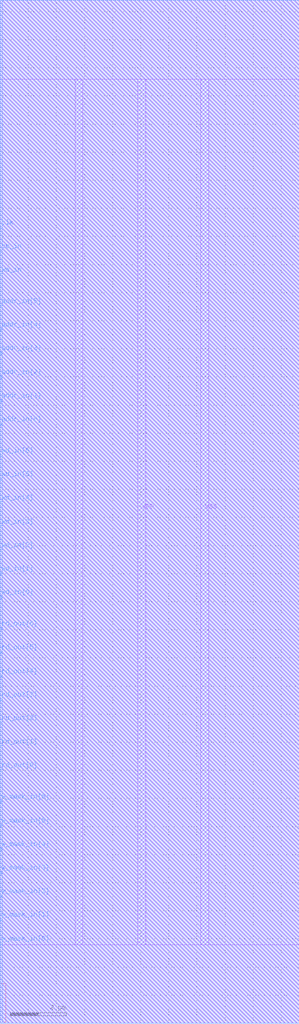
<source format=lef>
VERSION 5.7 ;
BUSBITCHARS "[]" ;
MACRO fakeram45_64x7_bottom
  FOREIGN fakeram45_64x7_bottom 0 0 ;
  SYMMETRY X Y R90 ;
  SIZE 0.19 BY 1.4 ;
  CLASS BLOCK ;
  PIN w_mask_in[0]
    DIRECTION INPUT ;
    USE SIGNAL ;
    SHAPE ABUTMENT ;
    PORT
      LAYER metal3 ;
      RECT 0.000 2.800 0.070 2.870 ;
    END
  END w_mask_in[0]
  PIN w_mask_in[1]
    DIRECTION INPUT ;
    USE SIGNAL ;
    SHAPE ABUTMENT ;
    PORT
      LAYER metal3 ;
      RECT 0.000 3.640 0.070 3.710 ;
    END
  END w_mask_in[1]
  PIN w_mask_in[2]
    DIRECTION INPUT ;
    USE SIGNAL ;
    SHAPE ABUTMENT ;
    PORT
      LAYER metal3 ;
      RECT 0.000 4.480 0.070 4.550 ;
    END
  END w_mask_in[2]
  PIN w_mask_in[3]
    DIRECTION INPUT ;
    USE SIGNAL ;
    SHAPE ABUTMENT ;
    PORT
      LAYER metal3 ;
      RECT 0.000 5.320 0.070 5.390 ;
    END
  END w_mask_in[3]
  PIN w_mask_in[4]
    DIRECTION INPUT ;
    USE SIGNAL ;
    SHAPE ABUTMENT ;
    PORT
      LAYER metal3 ;
      RECT 0.000 6.160 0.070 6.230 ;
    END
  END w_mask_in[4]
  PIN w_mask_in[5]
    DIRECTION INPUT ;
    USE SIGNAL ;
    SHAPE ABUTMENT ;
    PORT
      LAYER metal3 ;
      RECT 0.000 7.000 0.070 7.070 ;
    END
  END w_mask_in[5]
  PIN w_mask_in[6]
    DIRECTION INPUT ;
    USE SIGNAL ;
    SHAPE ABUTMENT ;
    PORT
      LAYER metal3 ;
      RECT 0.000 7.840 0.070 7.910 ;
    END
  END w_mask_in[6]
  PIN rd_out[0]
    DIRECTION OUTPUT ;
    USE SIGNAL ;
    SHAPE ABUTMENT ;
    PORT
      LAYER metal3 ;
      RECT 0.000 8.960 0.070 9.030 ;
    END
  END rd_out[0]
  PIN rd_out[1]
    DIRECTION OUTPUT ;
    USE SIGNAL ;
    SHAPE ABUTMENT ;
    PORT
      LAYER metal3 ;
      RECT 0.000 9.800 0.070 9.870 ;
    END
  END rd_out[1]
  PIN rd_out[2]
    DIRECTION OUTPUT ;
    USE SIGNAL ;
    SHAPE ABUTMENT ;
    PORT
      LAYER metal3 ;
      RECT 0.000 10.640 0.070 10.710 ;
    END
  END rd_out[2]
  PIN rd_out[3]
    DIRECTION OUTPUT ;
    USE SIGNAL ;
    SHAPE ABUTMENT ;
    PORT
      LAYER metal3 ;
      RECT 0.000 11.480 0.070 11.550 ;
    END
  END rd_out[3]
  PIN rd_out[4]
    DIRECTION OUTPUT ;
    USE SIGNAL ;
    SHAPE ABUTMENT ;
    PORT
      LAYER metal3 ;
      RECT 0.000 12.320 0.070 12.390 ;
    END
  END rd_out[4]
  PIN rd_out[5]
    DIRECTION OUTPUT ;
    USE SIGNAL ;
    SHAPE ABUTMENT ;
    PORT
      LAYER metal3 ;
      RECT 0.000 13.160 0.070 13.230 ;
    END
  END rd_out[5]
  PIN rd_out[6]
    DIRECTION OUTPUT ;
    USE SIGNAL ;
    SHAPE ABUTMENT ;
    PORT
      LAYER metal3 ;
      RECT 0.000 14.000 0.070 14.070 ;
    END
  END rd_out[6]
  PIN wd_in[0]
    DIRECTION INPUT ;
    USE SIGNAL ;
    SHAPE ABUTMENT ;
    PORT
      LAYER metal3 ;
      RECT 0.000 15.120 0.070 15.190 ;
    END
  END wd_in[0]
  PIN wd_in[1]
    DIRECTION INPUT ;
    USE SIGNAL ;
    SHAPE ABUTMENT ;
    PORT
      LAYER metal3 ;
      RECT 0.000 15.960 0.070 16.030 ;
    END
  END wd_in[1]
  PIN wd_in[2]
    DIRECTION INPUT ;
    USE SIGNAL ;
    SHAPE ABUTMENT ;
    PORT
      LAYER metal3 ;
      RECT 0.000 16.800 0.070 16.870 ;
    END
  END wd_in[2]
  PIN wd_in[3]
    DIRECTION INPUT ;
    USE SIGNAL ;
    SHAPE ABUTMENT ;
    PORT
      LAYER metal3 ;
      RECT 0.000 17.640 0.070 17.710 ;
    END
  END wd_in[3]
  PIN wd_in[4]
    DIRECTION INPUT ;
    USE SIGNAL ;
    SHAPE ABUTMENT ;
    PORT
      LAYER metal3 ;
      RECT 0.000 18.480 0.070 18.550 ;
    END
  END wd_in[4]
  PIN wd_in[5]
    DIRECTION INPUT ;
    USE SIGNAL ;
    SHAPE ABUTMENT ;
    PORT
      LAYER metal3 ;
      RECT 0.000 19.320 0.070 19.390 ;
    END
  END wd_in[5]
  PIN wd_in[6]
    DIRECTION INPUT ;
    USE SIGNAL ;
    SHAPE ABUTMENT ;
    PORT
      LAYER metal3 ;
      RECT 0.000 20.160 0.070 20.230 ;
    END
  END wd_in[6]
  PIN addr_in[0]
    DIRECTION INPUT ;
    USE SIGNAL ;
    SHAPE ABUTMENT ;
    PORT
      LAYER metal3 ;
      RECT 0.000 21.280 0.070 21.350 ;
    END
  END addr_in[0]
  PIN addr_in[1]
    DIRECTION INPUT ;
    USE SIGNAL ;
    SHAPE ABUTMENT ;
    PORT
      LAYER metal3 ;
      RECT 0.000 22.120 0.070 22.190 ;
    END
  END addr_in[1]
  PIN addr_in[2]
    DIRECTION INPUT ;
    USE SIGNAL ;
    SHAPE ABUTMENT ;
    PORT
      LAYER metal3 ;
      RECT 0.000 22.960 0.070 23.030 ;
    END
  END addr_in[2]
  PIN addr_in[3]
    DIRECTION INPUT ;
    USE SIGNAL ;
    SHAPE ABUTMENT ;
    PORT
      LAYER metal3 ;
      RECT 0.000 23.800 0.070 23.870 ;
    END
  END addr_in[3]
  PIN addr_in[4]
    DIRECTION INPUT ;
    USE SIGNAL ;
    SHAPE ABUTMENT ;
    PORT
      LAYER metal3 ;
      RECT 0.000 24.640 0.070 24.710 ;
    END
  END addr_in[4]
  PIN addr_in[5]
    DIRECTION INPUT ;
    USE SIGNAL ;
    SHAPE ABUTMENT ;
    PORT
      LAYER metal3 ;
      RECT 0.000 25.480 0.070 25.550 ;
    END
  END addr_in[5]
  PIN we_in
    DIRECTION INPUT ;
    USE SIGNAL ;
    SHAPE ABUTMENT ;
    PORT
      LAYER metal3 ;
      RECT 0.000 26.600 0.070 26.670 ;
    END
  END we_in
  PIN ce_in
    DIRECTION INPUT ;
    USE SIGNAL ;
    SHAPE ABUTMENT ;
    PORT
      LAYER metal3 ;
      RECT 0.000 27.440 0.070 27.510 ;
    END
  END ce_in
  PIN clk
    DIRECTION INPUT ;
    USE SIGNAL ;
    SHAPE ABUTMENT ;
    PORT
      LAYER metal3 ;
      RECT 0.000 28.280 0.070 28.350 ;
    END
  END clk
  PIN VSS
    DIRECTION INOUT ;
    USE GROUND ;
    PORT
      LAYER metal17 ;
      RECT 2.660 2.800 2.940 33.600 ;
      RECT 7.140 2.800 7.420 33.600 ;
    END
  END VSS
  PIN VDD
    DIRECTION INOUT ;
    USE POWER ;
    PORT
      LAYER metal17 ;
      RECT 4.900 2.800 5.180 33.600 ;
    END
  END VDD
  OBS
    LAYER metal20 ;
    RECT 0 0 10.640 36.400 ;
    LAYER metal19 ;
    RECT 0 0 10.640 36.400 ;
    LAYER metal3 ;
    RECT 0.070 0 10.640 36.400 ;
    RECT 0 0.000 0.070 2.800 ;
    RECT 0 2.870 0.070 3.640 ;
    RECT 0 3.710 0.070 4.480 ;
    RECT 0 4.550 0.070 5.320 ;
    RECT 0 5.390 0.070 6.160 ;
    RECT 0 6.230 0.070 7.000 ;
    RECT 0 7.070 0.070 7.840 ;
    RECT 0 7.910 0.070 8.960 ;
    RECT 0 9.030 0.070 9.800 ;
    RECT 0 9.870 0.070 10.640 ;
    RECT 0 10.710 0.070 11.480 ;
    RECT 0 11.550 0.070 12.320 ;
    RECT 0 12.390 0.070 13.160 ;
    RECT 0 13.230 0.070 14.000 ;
    RECT 0 14.070 0.070 15.120 ;
    RECT 0 15.190 0.070 15.960 ;
    RECT 0 16.030 0.070 16.800 ;
    RECT 0 16.870 0.070 17.640 ;
    RECT 0 17.710 0.070 18.480 ;
    RECT 0 18.550 0.070 19.320 ;
    RECT 0 19.390 0.070 20.160 ;
    RECT 0 20.230 0.070 21.280 ;
    RECT 0 21.350 0.070 22.120 ;
    RECT 0 22.190 0.070 22.960 ;
    RECT 0 23.030 0.070 23.800 ;
    RECT 0 23.870 0.070 24.640 ;
    RECT 0 24.710 0.070 25.480 ;
    RECT 0 25.550 0.070 26.600 ;
    RECT 0 26.670 0.070 27.440 ;
    RECT 0 27.510 0.070 28.280 ;
    RECT 0 28.350 0.070 36.400 ;
    LAYER metal17 ;
    RECT 0 0 10.640 2.800 ;
    RECT 0 33.600 10.640 36.400 ;
    RECT 0.000 2.800 2.660 33.600 ;
    RECT 2.940 2.800 4.900 33.600 ;
    RECT 5.180 2.800 7.140 33.600 ;
    RECT 7.420 2.800 10.640 33.600 ;
  END
END fakeram45_64x7_bottom

END LIBRARY

</source>
